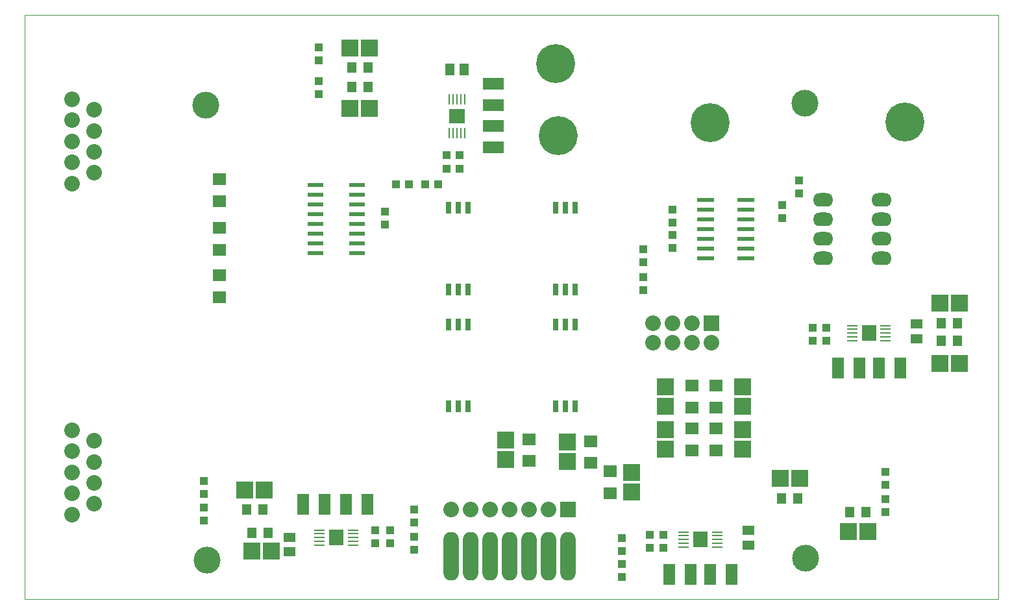
<source format=gts>
G04 #@! TF.GenerationSoftware,KiCad,Pcbnew,(2018-01-07 revision 6cee19d37)-makepkg*
G04 #@! TF.CreationDate,2018-01-30T19:24:48-07:00*
G04 #@! TF.ProjectId,Copper Receiver Module,436F7070657220526563656976657220,0.1*
G04 #@! TF.SameCoordinates,Original*
G04 #@! TF.FileFunction,Soldermask,Top*
G04 #@! TF.FilePolarity,Negative*
%FSLAX46Y46*%
G04 Gerber Fmt 4.6, Leading zero omitted, Abs format (unit mm)*
G04 Created by KiCad (PCBNEW (2018-01-07 revision 6cee19d37)-makepkg) date 01/30/18 19:24:48*
%MOMM*%
%LPD*%
G01*
G04 APERTURE LIST*
%ADD10C,0.100000*%
%ADD11C,3.500000*%
%ADD12R,2.700000X1.600000*%
%ADD13R,1.600000X2.700000*%
%ADD14O,2.032000X6.350000*%
%ADD15R,1.200000X1.350000*%
%ADD16R,2.286000X2.286000*%
%ADD17O,2.641600X1.778000*%
%ADD18R,2.032000X2.032000*%
%ADD19O,2.032000X2.032000*%
%ADD20C,2.032000*%
%ADD21C,5.080000*%
%ADD22R,2.159000X1.930400*%
%ADD23R,0.279400X1.397000*%
%ADD24R,1.100000X1.000000*%
%ADD25R,1.000000X1.100000*%
%ADD26R,1.300000X1.500000*%
%ADD27R,1.500000X1.300000*%
%ADD28R,1.930400X2.159000*%
%ADD29R,1.397000X0.279400*%
%ADD30R,2.057400X0.609600*%
%ADD31R,2.200000X0.600000*%
%ADD32R,0.762000X1.524000*%
%ADD33R,1.803000X1.600000*%
G04 APERTURE END LIST*
D10*
X190500000Y-50800000D02*
X63500000Y-50800000D01*
X190500000Y-127000000D02*
X190500000Y-50800000D01*
X63500000Y-127000000D02*
X190500000Y-127000000D01*
X63500000Y-50800000D02*
X63500000Y-127000000D01*
D11*
X165227000Y-62357000D03*
X87122000Y-62611000D03*
X87249000Y-121920000D03*
X165354000Y-121666000D03*
D12*
X124587000Y-65275000D03*
X124587000Y-68075000D03*
D13*
X172339000Y-96901000D03*
X169539000Y-96901000D03*
X150371000Y-123825000D03*
X147571000Y-123825000D03*
X105407000Y-114681000D03*
X108207000Y-114681000D03*
D14*
X134366000Y-121412000D03*
X131826000Y-121412000D03*
X129286000Y-121412000D03*
X126746000Y-121412000D03*
X124206000Y-121412000D03*
X121666000Y-121412000D03*
X119126000Y-121412000D03*
D15*
X106188000Y-57658000D03*
X108288000Y-57658000D03*
D16*
X126238000Y-106299000D03*
X126238000Y-108839000D03*
X157099000Y-101854000D03*
X157099000Y-99314000D03*
X147066000Y-101854000D03*
X147066000Y-99314000D03*
X134239000Y-109093000D03*
X134239000Y-106553000D03*
X142621000Y-113030000D03*
X142621000Y-110490000D03*
X157099000Y-107442000D03*
X157099000Y-104902000D03*
X147066000Y-107442000D03*
X147066000Y-104902000D03*
X105918000Y-55118000D03*
X108458000Y-55118000D03*
X105918000Y-62992000D03*
X108458000Y-62992000D03*
X185420000Y-96266000D03*
X182880000Y-96266000D03*
X185420000Y-88392000D03*
X182880000Y-88392000D03*
X173482000Y-118237000D03*
X170942000Y-118237000D03*
X164592000Y-111252000D03*
X162052000Y-111252000D03*
X92202000Y-112776000D03*
X94742000Y-112776000D03*
X93091000Y-120777000D03*
X95631000Y-120777000D03*
D17*
X175260000Y-82550000D03*
X175260000Y-80010000D03*
X167640000Y-82550000D03*
X167640000Y-80010000D03*
X175260000Y-74930000D03*
X175260000Y-77470000D03*
X167640000Y-77470000D03*
X167640000Y-74930000D03*
D18*
X153035000Y-91059000D03*
D19*
X153035000Y-93599000D03*
X150495000Y-91059000D03*
X150495000Y-93599000D03*
X147955000Y-91059000D03*
X147955000Y-93599000D03*
X145415000Y-91059000D03*
X145415000Y-93599000D03*
D20*
X72542400Y-114604800D03*
X72542400Y-111861600D03*
X72542400Y-109118400D03*
X72542400Y-106375200D03*
X69697600Y-115976400D03*
X69697600Y-113233200D03*
X69697600Y-110490000D03*
X69697600Y-107746800D03*
X69697600Y-105003600D03*
X72542400Y-71424800D03*
X72542400Y-68681600D03*
X72542400Y-65938400D03*
X72542400Y-63195200D03*
X69697600Y-72796400D03*
X69697600Y-70053200D03*
X69697600Y-67310000D03*
X69697600Y-64566800D03*
X69697600Y-61823600D03*
D21*
X178308000Y-64770000D03*
X132715000Y-57150000D03*
X152908000Y-64897000D03*
X133096000Y-66548000D03*
D22*
X119888000Y-64008000D03*
D23*
X120888759Y-66192400D03*
X120388381Y-66192400D03*
X119888000Y-66192400D03*
X119387619Y-66192400D03*
X118887241Y-66192400D03*
X118887241Y-61823600D03*
X119387619Y-61823600D03*
X119888000Y-61823600D03*
X120388381Y-61823600D03*
X120888759Y-61823600D03*
D24*
X141351000Y-124167000D03*
X141351000Y-122467000D03*
D25*
X175768000Y-110402000D03*
X175768000Y-112102000D03*
X86868000Y-116801000D03*
X86868000Y-115101000D03*
X101854000Y-61175000D03*
X101854000Y-59475000D03*
D24*
X117436000Y-72898000D03*
X115736000Y-72898000D03*
D25*
X144145000Y-81358000D03*
X144145000Y-83058000D03*
X141351000Y-119038000D03*
X141351000Y-120738000D03*
X114300000Y-115316000D03*
X114300000Y-117016000D03*
X111125000Y-118022000D03*
X111125000Y-119722000D03*
X145034000Y-120357000D03*
X145034000Y-118657000D03*
X166243000Y-93306000D03*
X166243000Y-91606000D03*
D24*
X120230000Y-70866000D03*
X118530000Y-70866000D03*
D12*
X124587000Y-62614000D03*
X124587000Y-59814000D03*
D26*
X118938000Y-57912000D03*
X120838000Y-57912000D03*
D27*
X179832000Y-91125000D03*
X179832000Y-93025000D03*
D13*
X174876000Y-96901000D03*
X177676000Y-96901000D03*
X152905000Y-123825000D03*
X155705000Y-123825000D03*
D27*
X157861000Y-118049000D03*
X157861000Y-119949000D03*
X98044000Y-120838000D03*
X98044000Y-118938000D03*
D13*
X102619000Y-114681000D03*
X99819000Y-114681000D03*
D28*
X151638000Y-119253000D03*
D29*
X149453600Y-120253759D03*
X149453600Y-119753381D03*
X149453600Y-119253000D03*
X149453600Y-118752619D03*
X149453600Y-118252241D03*
X153822400Y-118252241D03*
X153822400Y-118752619D03*
X153822400Y-119253000D03*
X153822400Y-119753381D03*
X153822400Y-120253759D03*
D28*
X104140000Y-118999000D03*
D29*
X106324400Y-117998241D03*
X106324400Y-118498619D03*
X106324400Y-118999000D03*
X106324400Y-119499381D03*
X106324400Y-119999759D03*
X101955600Y-119999759D03*
X101955600Y-119499381D03*
X101955600Y-118999000D03*
X101955600Y-118498619D03*
X101955600Y-117998241D03*
D28*
X173609000Y-92329000D03*
D29*
X171424600Y-93329759D03*
X171424600Y-92829381D03*
X171424600Y-92329000D03*
X171424600Y-91828619D03*
X171424600Y-91328241D03*
X175793400Y-91328241D03*
X175793400Y-91828619D03*
X175793400Y-92329000D03*
X175793400Y-92829381D03*
X175793400Y-93329759D03*
D30*
X106840000Y-73025000D03*
X106840000Y-74295000D03*
X106840000Y-75565000D03*
X106840000Y-76835000D03*
X106840000Y-78105000D03*
X106840000Y-79375000D03*
X106840000Y-80645000D03*
X106840000Y-81915000D03*
X101440000Y-81915000D03*
X101440000Y-80645000D03*
X101440000Y-79375000D03*
X101440000Y-78105000D03*
X101440000Y-76835000D03*
X101440000Y-75565000D03*
X101440000Y-74295000D03*
X101440000Y-73025000D03*
D31*
X157540000Y-82550000D03*
X157540000Y-80010000D03*
X152340000Y-82550000D03*
X152340000Y-80010000D03*
X157540000Y-81280000D03*
X152340000Y-81280000D03*
X157540000Y-78740000D03*
X157540000Y-77470000D03*
X157540000Y-74930000D03*
X152340000Y-78740000D03*
X152340000Y-77470000D03*
X152340000Y-74930000D03*
X157540000Y-76200000D03*
X152340000Y-76200000D03*
D32*
X118745000Y-75965000D03*
X120015000Y-75965000D03*
X121285000Y-75965000D03*
X132715000Y-86595000D03*
X133985000Y-86595000D03*
X135255000Y-86595000D03*
X135255000Y-75965000D03*
X133985000Y-75965000D03*
X132715000Y-75965000D03*
X121285000Y-86595000D03*
X120015000Y-86595000D03*
X118745000Y-86595000D03*
X118745000Y-91205000D03*
X120015000Y-91205000D03*
X121285000Y-91205000D03*
X132715000Y-101835000D03*
X133985000Y-101835000D03*
X135255000Y-101835000D03*
X135255000Y-91205000D03*
X133985000Y-91205000D03*
X132715000Y-91205000D03*
X121285000Y-101835000D03*
X120015000Y-101835000D03*
X118745000Y-101835000D03*
D15*
X106188000Y-60198000D03*
X108288000Y-60198000D03*
X185150000Y-93345000D03*
X183050000Y-93345000D03*
X185150000Y-91059000D03*
X183050000Y-91059000D03*
X173212000Y-115697000D03*
X171112000Y-115697000D03*
X164322000Y-113919000D03*
X162222000Y-113919000D03*
X92472000Y-115316000D03*
X94572000Y-115316000D03*
X93107000Y-118364000D03*
X95207000Y-118364000D03*
D33*
X88900000Y-72238000D03*
X88900000Y-75082000D03*
X88900000Y-78588000D03*
X88900000Y-81432000D03*
X88900000Y-84786000D03*
X88900000Y-87630000D03*
D24*
X110490000Y-76493000D03*
X110490000Y-78193000D03*
X162306000Y-77304000D03*
X162306000Y-75604000D03*
X164465000Y-74129000D03*
X164465000Y-72429000D03*
X147955000Y-76239000D03*
X147955000Y-77939000D03*
X147955000Y-81241000D03*
X147955000Y-79541000D03*
D33*
X153670000Y-102006000D03*
X153670000Y-99162000D03*
X153670000Y-107594000D03*
X153670000Y-104750000D03*
X150495000Y-102006000D03*
X150495000Y-99162000D03*
X150495000Y-107594000D03*
X150495000Y-104750000D03*
X137287000Y-106401000D03*
X137287000Y-109245000D03*
X139827000Y-110338000D03*
X139827000Y-113182000D03*
X129286000Y-106147000D03*
X129286000Y-108991000D03*
D24*
X175768000Y-115658000D03*
X175768000Y-113958000D03*
X86868000Y-111633000D03*
X86868000Y-113333000D03*
X101854000Y-55030000D03*
X101854000Y-56730000D03*
D25*
X111926000Y-72898000D03*
X113626000Y-72898000D03*
D24*
X144145000Y-86741000D03*
X144145000Y-85041000D03*
X114300000Y-118911000D03*
X114300000Y-120611000D03*
X109220000Y-119722000D03*
X109220000Y-118022000D03*
X146812000Y-118657000D03*
X146812000Y-120357000D03*
D25*
X118530000Y-69088000D03*
X120230000Y-69088000D03*
D24*
X168021000Y-91606000D03*
X168021000Y-93306000D03*
D18*
X134366000Y-115316000D03*
D19*
X131826000Y-115316000D03*
X129286000Y-115316000D03*
X126746000Y-115316000D03*
X124206000Y-115316000D03*
X121666000Y-115316000D03*
X119126000Y-115316000D03*
M02*

</source>
